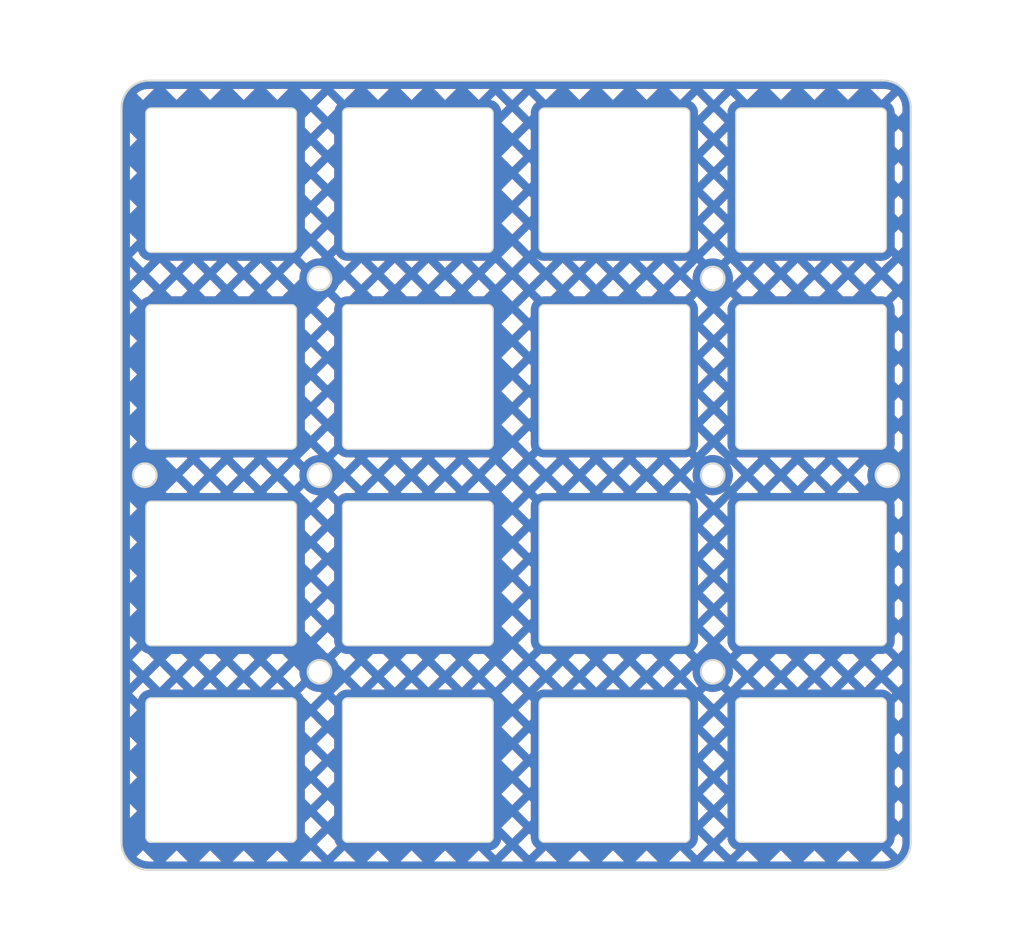
<source format=kicad_pcb>
(kicad_pcb (version 20240108) (generator "pcbnew") (generator_version "8.0")
  (layers (0 "F.Cu" signal) (31 "B.Cu" signal) (34 "B.Paste" user) (35 "F.Paste" user) (36 "B.SilkS" user "B.Silkscreen") (37 "F.SilkS" user "F.Silkscreen") (38 "B.Mask" user) (39 "F.Mask" user) (44 "Edge.Cuts" user))
  (net 0 "")
  (net 1 "GND")
  (footprint "cipulot_parts:ecs_plate_cut_1U" (layer "F.Cu") (at 136.525 39.6875)
    (property "Reference" "REF**")
    (property "Value" "Value " (hide yes))
    (fp_line (start -7.3 -6.5) (end -7.3 6.5) (stroke (width 0.12)) (layer "Edge.Cuts"))
    (fp_line (start -6.8 7) (end 6.8 7) (stroke (width 0.12)) (layer "Edge.Cuts"))
    (fp_line (start 6.8 -7) (end -6.8 -7) (stroke (width 0.12)) (layer "Edge.Cuts"))
    (fp_line (start 7.3 6.5) (end 7.3 -6.5) (stroke (width 0.12)) (layer "Edge.Cuts"))
    (fp_arc (start -7.3 -6.5) (mid -7.153553 -6.853553) (end -6.8 -7) (stroke (width 0.12)) (layer "Edge.Cuts"))
    (fp_arc (start -6.8 7) (mid -7.153553 6.853553) (end -7.3 6.5) (stroke (width 0.12)) (layer "Edge.Cuts"))
    (fp_arc (start 6.8 -7) (mid 7.153553 -6.853553) (end 7.3 -6.5) (stroke (width 0.12)) (layer "Edge.Cuts"))
    (fp_arc (start 7.3 6.5) (mid 7.153553 6.853553) (end 6.8 7) (stroke (width 0.12)) (layer "Edge.Cuts"))
  )
  (footprint "cipulot_parts:ecs_plate_cut_1U" (layer "F.Cu") (at 98.425 58.7375)
    (property "Reference" "REF**" (hide yes))
    (property "Value" "Value " (hide yes))
    (fp_line (start -7.3 -6.5) (end -7.3 6.5) (stroke (width 0.12)) (layer "Edge.Cuts"))
    (fp_line (start -6.8 7) (end 6.8 7) (stroke (width 0.12)) (layer "Edge.Cuts"))
    (fp_line (start 6.8 -7) (end -6.8 -7) (stroke (width 0.12)) (layer "Edge.Cuts"))
    (fp_line (start 7.3 6.5) (end 7.3 -6.5) (stroke (width 0.12)) (layer "Edge.Cuts"))
    (fp_arc (start -7.3 -6.5) (mid -7.153553 -6.853553) (end -6.8 -7) (stroke (width 0.12)) (layer "Edge.Cuts"))
    (fp_arc (start -6.8 7) (mid -7.153553 6.853553) (end -7.3 6.5) (stroke (width 0.12)) (layer "Edge.Cuts"))
    (fp_arc (start 6.8 -7) (mid 7.153553 -6.853553) (end 7.3 -6.5) (stroke (width 0.12)) (layer "Edge.Cuts"))
    (fp_arc (start 7.3 6.5) (mid 7.153553 6.853553) (end 6.8 7) (stroke (width 0.12)) (layer "Edge.Cuts"))
  )
  (footprint "cipulot_parts:ecs_plate_cut_1U" (layer "F.Cu") (at 117.475 58.7375)
    (property "Reference" "REF**" (hide yes))
    (property "Value" "Value " (hide yes))
    (fp_line (start -7.3 -6.5) (end -7.3 6.5) (stroke (width 0.12)) (layer "Edge.Cuts"))
    (fp_line (start -6.8 7) (end 6.8 7) (stroke (width 0.12)) (layer "Edge.Cuts"))
    (fp_line (start 6.8 -7) (end -6.8 -7) (stroke (width 0.12)) (layer "Edge.Cuts"))
    (fp_line (start 7.3 6.5) (end 7.3 -6.5) (stroke (width 0.12)) (layer "Edge.Cuts"))
    (fp_arc (start -7.3 -6.5) (mid -7.153553 -6.853553) (end -6.8 -7) (stroke (width 0.12)) (layer "Edge.Cuts"))
    (fp_arc (start -6.8 7) (mid -7.153553 6.853553) (end -7.3 6.5) (stroke (width 0.12)) (layer "Edge.Cuts"))
    (fp_arc (start 6.8 -7) (mid 7.153553 -6.853553) (end 7.3 -6.5) (stroke (width 0.12)) (layer "Edge.Cuts"))
    (fp_arc (start 7.3 6.5) (mid 7.153553 6.853553) (end 6.8 7) (stroke (width 0.12)) (layer "Edge.Cuts"))
  )
  (footprint "cipulot_parts:ecs_plate_cut_1U" (layer "F.Cu") (at 136.525 77.7875)
    (property "Reference" "REF**")
    (property "Value" "Value " (hide yes))
    (fp_line (start -7.3 -6.5) (end -7.3 6.5) (stroke (width 0.12)) (layer "Edge.Cuts"))
    (fp_line (start -6.8 7) (end 6.8 7) (stroke (width 0.12)) (layer "Edge.Cuts"))
    (fp_line (start 6.8 -7) (end -6.8 -7) (stroke (width 0.12)) (layer "Edge.Cuts"))
    (fp_line (start 7.3 6.5) (end 7.3 -6.5) (stroke (width 0.12)) (layer "Edge.Cuts"))
    (fp_arc (start -7.3 -6.5) (mid -7.153553 -6.853553) (end -6.8 -7) (stroke (width 0.12)) (layer "Edge.Cuts"))
    (fp_arc (start -6.8 7) (mid -7.153553 6.853553) (end -7.3 6.5) (stroke (width 0.12)) (layer "Edge.Cuts"))
    (fp_arc (start 6.8 -7) (mid 7.153553 -6.853553) (end 7.3 -6.5) (stroke (width 0.12)) (layer "Edge.Cuts"))
    (fp_arc (start 7.3 6.5) (mid 7.153553 6.853553) (end 6.8 7) (stroke (width 0.12)) (layer "Edge.Cuts"))
  )
  (footprint "cipulot_parts:ecs_plate_cut_1U" (layer "F.Cu") (at 98.425 77.7875)
    (property "Reference" "REF**" (hide yes))
    (property "Value" "Value " (hide yes))
    (fp_line (start -7.3 -6.5) (end -7.3 6.5) (stroke (width 0.12)) (layer "Edge.Cuts"))
    (fp_line (start -6.8 7) (end 6.8 7) (stroke (width 0.12)) (layer "Edge.Cuts"))
    (fp_line (start 6.8 -7) (end -6.8 -7) (stroke (width 0.12)) (layer "Edge.Cuts"))
    (fp_line (start 7.3 6.5) (end 7.3 -6.5) (stroke (width 0.12)) (layer "Edge.Cuts"))
    (fp_arc (start -7.3 -6.5) (mid -7.153553 -6.853553) (end -6.8 -7) (stroke (width 0.12)) (layer "Edge.Cuts"))
    (fp_arc (start -6.8 7) (mid -7.153553 6.853553) (end -7.3 6.5) (stroke (width 0.12)) (layer "Edge.Cuts"))
    (fp_arc (start 6.8 -7) (mid 7.153553 -6.853553) (end 7.3 -6.5) (stroke (width 0.12)) (layer "Edge.Cuts"))
    (fp_arc (start 7.3 6.5) (mid 7.153553 6.853553) (end 6.8 7) (stroke (width 0.12)) (layer "Edge.Cuts"))
  )
  (footprint "cipulot_parts:ecs_plate_cut_1U" (layer "F.Cu") (at 79.375 58.7375)
    (property "Reference" "REF**")
    (property "Value" "Value " (hide yes))
    (fp_line (start -7.3 -6.5) (end -7.3 6.5) (stroke (width 0.12)) (layer "Edge.Cuts"))
    (fp_line (start -6.8 7) (end 6.8 7) (stroke (width 0.12)) (layer "Edge.Cuts"))
    (fp_line (start 6.8 -7) (end -6.8 -7) (stroke (width 0.12)) (layer "Edge.Cuts"))
    (fp_line (start 7.3 6.5) (end 7.3 -6.5) (stroke (width 0.12)) (layer "Edge.Cuts"))
    (fp_arc (start -7.3 -6.5) (mid -7.153553 -6.853553) (end -6.8 -7) (stroke (width 0.12)) (layer "Edge.Cuts"))
    (fp_arc (start -6.8 7) (mid -7.153553 6.853553) (end -7.3 6.5) (stroke (width 0.12)) (layer "Edge.Cuts"))
    (fp_arc (start 6.8 -7) (mid 7.153553 -6.853553) (end 7.3 -6.5) (stroke (width 0.12)) (layer "Edge.Cuts"))
    (fp_arc (start 7.3 6.5) (mid 7.153553 6.853553) (end 6.8 7) (stroke (width 0.12)) (layer "Edge.Cuts"))
  )
  (footprint "cipulot_parts:ecs_plate_cut_1U" (layer "F.Cu") (at 79.375 77.7875)
    (property "Reference" "REF**")
    (property "Value" "Value " (hide yes))
    (fp_line (start -7.3 -6.5) (end -7.3 6.5) (stroke (width 0.12)) (layer "Edge.Cuts"))
    (fp_line (start -6.8 7) (end 6.8 7) (stroke (width 0.12)) (layer "Edge.Cuts"))
    (fp_line (start 6.8 -7) (end -6.8 -7) (stroke (width 0.12)) (layer "Edge.Cuts"))
    (fp_line (start 7.3 6.5) (end 7.3 -6.5) (stroke (width 0.12)) (layer "Edge.Cuts"))
    (fp_arc (start -7.3 -6.5) (mid -7.153553 -6.853553) (end -6.8 -7) (stroke (width 0.12)) (layer "Edge.Cuts"))
    (fp_arc (start -6.8 7) (mid -7.153553 6.853553) (end -7.3 6.5) (stroke (width 0.12)) (layer "Edge.Cuts"))
    (fp_arc (start 6.8 -7) (mid 7.153553 -6.853553) (end 7.3 -6.5) (stroke (width 0.12)) (layer "Edge.Cuts"))
    (fp_arc (start 7.3 6.5) (mid 7.153553 6.853553) (end 6.8 7) (stroke (width 0.12)) (layer "Edge.Cuts"))
  )
  (footprint "cipulot_parts:ecs_plate_cut_1U" (layer "F.Cu") (at 79.375 96.8375)
    (property "Reference" "REF**")
    (property "Value" "Value " (hide yes))
    (fp_line (start -7.3 -6.5) (end -7.3 6.5) (stroke (width 0.12)) (layer "Edge.Cuts"))
    (fp_line (start -6.8 7) (end 6.8 7) (stroke (width 0.12)) (layer "Edge.Cuts"))
    (fp_line (start 6.8 -7) (end -6.8 -7) (stroke (width 0.12)) (layer "Edge.Cuts"))
    (fp_line (start 7.3 6.5) (end 7.3 -6.5) (stroke (width 0.12)) (layer "Edge.Cuts"))
    (fp_arc (start -7.3 -6.5) (mid -7.153553 -6.853553) (end -6.8 -7) (stroke (width 0.12)) (layer "Edge.Cuts"))
    (fp_arc (start -6.8 7) (mid -7.153553 6.853553) (end -7.3 6.5) (stroke (width 0.12)) (layer "Edge.Cuts"))
    (fp_arc (start 6.8 -7) (mid 7.153553 -6.853553) (end 7.3 -6.5) (stroke (width 0.12)) (layer "Edge.Cuts"))
    (fp_arc (start 7.3 6.5) (mid 7.153553 6.853553) (end 6.8 7) (stroke (width 0.12)) (layer "Edge.Cuts"))
  )
  (footprint "cipulot_parts:ecs_plate_cut_1U" (layer "F.Cu") (at 117.475 39.6875)
    (property "Reference" "REF**")
    (property "Value" "Value " (hide yes))
    (fp_line (start -7.3 -6.5) (end -7.3 6.5) (stroke (width 0.12)) (layer "Edge.Cuts"))
    (fp_line (start -6.8 7) (end 6.8 7) (stroke (width 0.12)) (layer "Edge.Cuts"))
    (fp_line (start 6.8 -7) (end -6.8 -7) (stroke (width 0.12)) (layer "Edge.Cuts"))
    (fp_line (start 7.3 6.5) (end 7.3 -6.5) (stroke (width 0.12)) (layer "Edge.Cuts"))
    (fp_arc (start -7.3 -6.5) (mid -7.153553 -6.853553) (end -6.8 -7) (stroke (width 0.12)) (layer "Edge.Cuts"))
    (fp_arc (start -6.8 7) (mid -7.153553 6.853553) (end -7.3 6.5) (stroke (width 0.12)) (layer "Edge.Cuts"))
    (fp_arc (start 6.8 -7) (mid 7.153553 -6.853553) (end 7.3 -6.5) (stroke (width 0.12)) (layer "Edge.Cuts"))
    (fp_arc (start 7.3 6.5) (mid 7.153553 6.853553) (end 6.8 7) (stroke (width 0.12)) (layer "Edge.Cuts"))
  )
  (footprint "cipulot_parts:ecs_plate_cut_1U" (layer "F.Cu") (at 117.475 77.7875)
    (property "Reference" "REF**" (hide yes))
    (property "Value" "Value " (hide yes))
    (fp_line (start -7.3 -6.5) (end -7.3 6.5) (stroke (width 0.12)) (layer "Edge.Cuts"))
    (fp_line (start -6.8 7) (end 6.8 7) (stroke (width 0.12)) (layer "Edge.Cuts"))
    (fp_line (start 6.8 -7) (end -6.8 -7) (stroke (width 0.12)) (layer "Edge.Cuts"))
    (fp_line (start 7.3 6.5) (end 7.3 -6.5) (stroke (width 0.12)) (layer "Edge.Cuts"))
    (fp_arc (start -7.3 -6.5) (mid -7.153553 -6.853553) (end -6.8 -7) (stroke (width 0.12)) (layer "Edge.Cuts"))
    (fp_arc (start -6.8 7) (mid -7.153553 6.853553) (end -7.3 6.5) (stroke (width 0.12)) (layer "Edge.Cuts"))
    (fp_arc (start 6.8 -7) (mid 7.153553 -6.853553) (end 7.3 -6.5) (stroke (width 0.12)) (layer "Edge.Cuts"))
    (fp_arc (start 7.3 6.5) (mid 7.153553 6.853553) (end 6.8 7) (stroke (width 0.12)) (layer "Edge.Cuts"))
  )
  (footprint "cipulot_parts:ecs_plate_cut_1U" (layer "F.Cu") (at 117.475 96.8375)
    (property "Reference" "REF**" (hide yes))
    (property "Value" "Value " (hide yes))
    (fp_line (start -7.3 -6.5) (end -7.3 6.5) (stroke (width 0.12)) (layer "Edge.Cuts"))
    (fp_line (start -6.8 7) (end 6.8 7) (stroke (width 0.12)) (layer "Edge.Cuts"))
    (fp_line (start 6.8 -7) (end -6.8 -7) (stroke (width 0.12)) (layer "Edge.Cuts"))
    (fp_line (start 7.3 6.5) (end 7.3 -6.5) (stroke (width 0.12)) (layer "Edge.Cuts"))
    (fp_arc (start -7.3 -6.5) (mid -7.153553 -6.853553) (end -6.8 -7) (stroke (width 0.12)) (layer "Edge.Cuts"))
    (fp_arc (start -6.8 7) (mid -7.153553 6.853553) (end -7.3 6.5) (stroke (width 0.12)) (layer "Edge.Cuts"))
    (fp_arc (start 6.8 -7) (mid 7.153553 -6.853553) (end 7.3 -6.5) (stroke (width 0.12)) (layer "Edge.Cuts"))
    (fp_arc (start 7.3 6.5) (mid 7.153553 6.853553) (end 6.8 7) (stroke (width 0.12)) (layer "Edge.Cuts"))
  )
  (footprint "cipulot_parts:ecs_plate_cut_1U" (layer "F.Cu") (at 98.425 96.8375)
    (property "Reference" "REF**" (hide yes))
    (property "Value" "Value " (hide yes))
    (fp_line (start -7.3 -6.5) (end -7.3 6.5) (stroke (width 0.12)) (layer "Edge.Cuts"))
    (fp_line (start -6.8 7) (end 6.8 7) (stroke (width 0.12)) (layer "Edge.Cuts"))
    (fp_line (start 6.8 -7) (end -6.8 -7) (stroke (width 0.12)) (layer "Edge.Cuts"))
    (fp_line (start 7.3 6.5) (end 7.3 -6.5) (stroke (width 0.12)) (layer "Edge.Cuts"))
    (fp_arc (start -7.3 -6.5) (mid -7.153553 -6.853553) (end -6.8 -7) (stroke (width 0.12)) (layer "Edge.Cuts"))
    (fp_arc (start -6.8 7) (mid -7.153553 6.853553) (end -7.3 6.5) (stroke (width 0.12)) (layer "Edge.Cuts"))
    (fp_arc (start 6.8 -7) (mid 7.153553 -6.853553) (end 7.3 -6.5) (stroke (width 0.12)) (layer "Edge.Cuts"))
    (fp_arc (start 7.3 6.5) (mid 7.153553 6.853553) (end 6.8 7) (stroke (width 0.12)) (layer "Edge.Cuts"))
  )
  (footprint "cipulot_parts:ecs_plate_cut_1U" (layer "F.Cu") (at 136.525 58.7375)
    (property "Reference" "REF**")
    (property "Value" "Value " (hide yes))
    (fp_line (start -7.3 -6.5) (end -7.3 6.5) (stroke (width 0.12)) (layer "Edge.Cuts"))
    (fp_line (start -6.8 7) (end 6.8 7) (stroke (width 0.12)) (layer "Edge.Cuts"))
    (fp_line (start 6.8 -7) (end -6.8 -7) (stroke (width 0.12)) (layer "Edge.Cuts"))
    (fp_line (start 7.3 6.5) (end 7.3 -6.5) (stroke (width 0.12)) (layer "Edge.Cuts"))
    (fp_arc (start -7.3 -6.5) (mid -7.153553 -6.853553) (end -6.8 -7) (stroke (width 0.12)) (layer "Edge.Cuts"))
    (fp_arc (start -6.8 7) (mid -7.153553 6.853553) (end -7.3 6.5) (stroke (width 0.12)) (layer "Edge.Cuts"))
    (fp_arc (start 6.8 -7) (mid 7.153553 -6.853553) (end 7.3 -6.5) (stroke (width 0.12)) (layer "Edge.Cuts"))
    (fp_arc (start 7.3 6.5) (mid 7.153553 6.853553) (end 6.8 7) (stroke (width 0.12)) (layer "Edge.Cuts"))
  )
  (footprint "cipulot_parts:ecs_plate_cut_1U" (layer "F.Cu") (at 136.525 96.8375)
    (property "Reference" "REF**")
    (property "Value" "Value " (hide yes))
    (fp_line (start -7.3 -6.5) (end -7.3 6.5) (stroke (width 0.12)) (layer "Edge.Cuts"))
    (fp_line (start -6.8 7) (end 6.8 7) (stroke (width 0.12)) (layer "Edge.Cuts"))
    (fp_line (start 6.8 -7) (end -6.8 -7) (stroke (width 0.12)) (layer "Edge.Cuts"))
    (fp_line (start 7.3 6.5) (end 7.3 -6.5) (stroke (width 0.12)) (layer "Edge.Cuts"))
    (fp_arc (start -7.3 -6.5) (mid -7.153553 -6.853553) (end -6.8 -7) (stroke (width 0.12)) (layer "Edge.Cuts"))
    (fp_arc (start -6.8 7) (mid -7.153553 6.853553) (end -7.3 6.5) (stroke (width 0.12)) (layer "Edge.Cuts"))
    (fp_arc (start 6.8 -7) (mid 7.153553 -6.853553) (end 7.3 -6.5) (stroke (width 0.12)) (layer "Edge.Cuts"))
    (fp_arc (start 7.3 6.5) (mid 7.153553 6.853553) (end 6.8 7) (stroke (width 0.12)) (layer "Edge.Cuts"))
  )
  (footprint "cipulot_parts:ecs_plate_cut_1U" (layer "F.Cu") (at 79.375 39.6875)
    (property "Reference" "REF**")
    (property "Value" "Value " (hide yes))
    (fp_line (start -7.3 -6.5) (end -7.3 6.5) (stroke (width 0.12)) (layer "Edge.Cuts"))
    (fp_line (start -6.8 7) (end 6.8 7) (stroke (width 0.12)) (layer "Edge.Cuts"))
    (fp_line (start 6.8 -7) (end -6.8 -7) (stroke (width 0.12)) (layer "Edge.Cuts"))
    (fp_line (start 7.3 6.5) (end 7.3 -6.5) (stroke (width 0.12)) (layer "Edge.Cuts"))
    (fp_arc (start -7.3 -6.5) (mid -7.153553 -6.853553) (end -6.8 -7) (stroke (width 0.12)) (layer "Edge.Cuts"))
    (fp_arc (start -6.8 7) (mid -7.153553 6.853553) (end -7.3 6.5) (stroke (width 0.12)) (layer "Edge.Cuts"))
    (fp_arc (start 6.8 -7) (mid 7.153553 -6.853553) (end 7.3 -6.5) (stroke (width 0.12)) (layer "Edge.Cuts"))
    (fp_arc (start 7.3 6.5) (mid 7.153553 6.853553) (end 6.8 7) (stroke (width 0.12)) (layer "Edge.Cuts"))
  )
  (footprint "cipulot_parts:ecs_plate_cut_1U" (layer "F.Cu") (at 98.425 39.6875)
    (property "Reference" "REF**")
    (property "Value" "Value " (hide yes))
    (fp_line (start -7.3 -6.5) (end -7.3 6.5) (stroke (width 0.12)) (layer "Edge.Cuts"))
    (fp_line (start -6.8 7) (end 6.8 7) (stroke (width 0.12)) (layer "Edge.Cuts"))
    (fp_line (start 6.8 -7) (end -6.8 -7) (stroke (width 0.12)) (layer "Edge.Cuts"))
    (fp_line (start 7.3 6.5) (end 7.3 -6.5) (stroke (width 0.12)) (layer "Edge.Cuts"))
    (fp_arc (start -7.3 -6.5) (mid -7.153553 -6.853553) (end -6.8 -7) (stroke (width 0.12)) (layer "Edge.Cuts"))
    (fp_arc (start -6.8 7) (mid -7.153553 6.853553) (end -7.3 6.5) (stroke (width 0.12)) (layer "Edge.Cuts"))
    (fp_arc (start 6.8 -7) (mid 7.153553 -6.853553) (end 7.3 -6.5) (stroke (width 0.12)) (layer "Edge.Cuts"))
    (fp_arc (start 7.3 6.5) (mid 7.153553 6.853553) (end 6.8 7) (stroke (width 0.12)) (layer "Edge.Cuts"))
  )
  (gr_circle (center 88.9 49.2125) (end 90.05 49.2125) (stroke (width 0.2)) (fill none) (layer "Edge.Cuts"))
  (gr_circle (center 71.975 68.2625) (end 73.125 68.2625) (stroke (width 0.2)) (fill none) (layer "Edge.Cuts"))
  (gr_circle (center 88.9 87.3125) (end 90.05 87.3125) (stroke (width 0.2)) (fill none) (layer "Edge.Cuts"))
  (gr_line (start 69.725 32.6875) (end 69.725 103.8375) (stroke (width 0.2)) (layer "Edge.Cuts"))
  (gr_line (start 143.525 30.0375) (end 72.375 30.0375) (stroke (width 0.2)) (layer "Edge.Cuts"))
  (gr_arc (start 143.525 30.0375) (mid 145.398833 30.813667) (end 146.175 32.6875) (stroke (width 0.2)) (layer "Edge.Cuts"))
  (gr_arc (start 69.725 32.6875) (mid 70.501167 30.813667) (end 72.375 30.0375) (stroke (width 0.2)) (layer "Edge.Cuts"))
  (gr_line (start 146.175 103.8375) (end 146.175 32.6875) (stroke (width 0.2)) (layer "Edge.Cuts"))
  (gr_line (start 72.375 106.4875) (end 143.525 106.4875) (stroke (width 0.2)) (layer "Edge.Cuts"))
  (gr_circle (center 143.925 68.2625) (end 145.075 68.2625) (stroke (width 0.2)) (fill none) (layer "Edge.Cuts"))
  (gr_circle (center 88.9 68.2625) (end 90.05 68.2625) (stroke (width 0.2)) (fill none) (layer "Edge.Cuts"))
  (gr_arc (start 146.175 103.8375) (mid 145.398833 105.711333) (end 143.525 106.4875) (stroke (width 0.2)) (layer "Edge.Cuts"))
  (gr_circle (center 127 87.3125) (end 128.15 87.3125) (stroke (width 0.2)) (fill none) (layer "Edge.Cuts"))
  (gr_arc (start 72.375 106.4875) (mid 70.501167 105.711333) (end 69.725 103.8375) (stroke (width 0.2)) (layer "Edge.Cuts"))
  (gr_circle (center 127 68.2625) (end 128.15 68.2625) (stroke (width 0.2)) (fill none) (layer "Edge.Cuts"))
  (gr_circle (center 127 49.2125) (end 128.15 49.2125) (stroke (width 0.2)) (fill none) (layer "Edge.Cuts"))
  (zone (net 1) (net_name "GND") (layers "F&B.Cu") (priority 2) (connect_pads (clearance 0)) (min_thickness 0.2) (fill yes (mode hatch) (thermal_gap 0.5) (thermal_bridge_width 0.5) (island_removal_mode 1) (island_area_min 10) (hatch_thickness 0.8) (hatch_gap 1.5) (hatch_orientation 45) (hatch_border_algorithm hatch_thickness) (hatch_min_hole_area 0.3))
    (polygon (pts (xy 57.94375 22.225) (xy 57.94375 111.91875) (xy 157.1625 112.7125) (xy 157.1625 23.01875)))
  )
)
</source>
